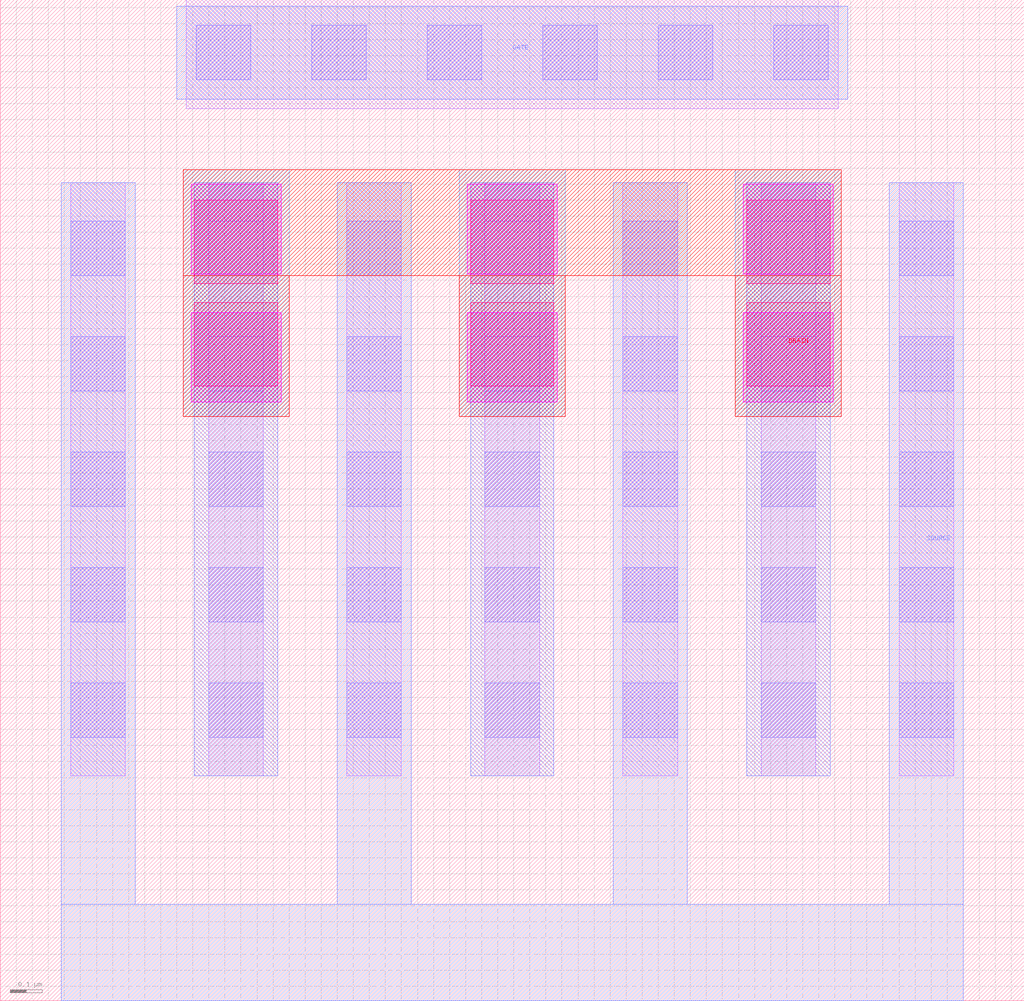
<source format=lef>
# Copyright 2020 The SkyWater PDK Authors
#
# Licensed under the Apache License, Version 2.0 (the "License");
# you may not use this file except in compliance with the License.
# You may obtain a copy of the License at
#
#     https://www.apache.org/licenses/LICENSE-2.0
#
# Unless required by applicable law or agreed to in writing, software
# distributed under the License is distributed on an "AS IS" BASIS,
# WITHOUT WARRANTIES OR CONDITIONS OF ANY KIND, either express or implied.
# See the License for the specific language governing permissions and
# limitations under the License.
#
# SPDX-License-Identifier: Apache-2.0

VERSION 5.7 ;
  NOWIREEXTENSIONATPIN ON ;
  DIVIDERCHAR "/" ;
  BUSBITCHARS "[]" ;
MACRO sky130_fd_pr__rf_pfet_01v8_aF06W2p00L0p15
  CLASS BLOCK ;
  FOREIGN sky130_fd_pr__rf_pfet_01v8_aF06W2p00L0p15 ;
  ORIGIN  0.000000  0.445000 ;
  SIZE  3.190000 BY  3.120000 ;
  PIN DRAIN
    ANTENNADIFFAREA  1.680000 ;
    PORT
      LAYER met3 ;
        RECT 0.570000 1.375000 0.900000 1.815000 ;
        RECT 0.570000 1.815000 2.620000 2.145000 ;
        RECT 1.430000 1.375000 1.760000 1.815000 ;
        RECT 2.290000 1.375000 2.620000 1.815000 ;
    END
  END DRAIN
  PIN GATE
    ANTENNAGATEAREA  1.800000 ;
    PORT
      LAYER met1 ;
        RECT 0.550000 2.365000 2.640000 2.655000 ;
    END
  END GATE
  PIN SOURCE
    ANTENNADIFFAREA  2.180000 ;
    PORT
      LAYER met1 ;
        RECT 0.190000 -0.445000 3.000000 -0.145000 ;
        RECT 0.190000 -0.145000 0.420000  2.105000 ;
        RECT 1.050000 -0.145000 1.280000  2.105000 ;
        RECT 1.910000 -0.145000 2.140000  2.105000 ;
        RECT 2.770000 -0.145000 3.000000  2.105000 ;
    END
  END SOURCE
  OBS
    LAYER li1 ;
      RECT 0.220000 0.255000 0.390000 2.105000 ;
      RECT 0.580000 2.335000 2.610000 2.675000 ;
      RECT 0.650000 0.255000 0.820000 2.105000 ;
      RECT 1.080000 0.255000 1.250000 2.105000 ;
      RECT 1.510000 0.255000 1.680000 2.105000 ;
      RECT 1.940000 0.255000 2.110000 2.105000 ;
      RECT 2.370000 0.255000 2.540000 2.105000 ;
      RECT 2.800000 0.255000 2.970000 2.105000 ;
    LAYER mcon ;
      RECT 0.220000 0.375000 0.390000 0.545000 ;
      RECT 0.220000 0.735000 0.390000 0.905000 ;
      RECT 0.220000 1.095000 0.390000 1.265000 ;
      RECT 0.220000 1.455000 0.390000 1.625000 ;
      RECT 0.220000 1.815000 0.390000 1.985000 ;
      RECT 0.610000 2.425000 0.780000 2.595000 ;
      RECT 0.650000 0.375000 0.820000 0.545000 ;
      RECT 0.650000 0.735000 0.820000 0.905000 ;
      RECT 0.650000 1.095000 0.820000 1.265000 ;
      RECT 0.650000 1.455000 0.820000 1.625000 ;
      RECT 0.650000 1.815000 0.820000 1.985000 ;
      RECT 0.970000 2.425000 1.140000 2.595000 ;
      RECT 1.080000 0.375000 1.250000 0.545000 ;
      RECT 1.080000 0.735000 1.250000 0.905000 ;
      RECT 1.080000 1.095000 1.250000 1.265000 ;
      RECT 1.080000 1.455000 1.250000 1.625000 ;
      RECT 1.080000 1.815000 1.250000 1.985000 ;
      RECT 1.330000 2.425000 1.500000 2.595000 ;
      RECT 1.510000 0.375000 1.680000 0.545000 ;
      RECT 1.510000 0.735000 1.680000 0.905000 ;
      RECT 1.510000 1.095000 1.680000 1.265000 ;
      RECT 1.510000 1.455000 1.680000 1.625000 ;
      RECT 1.510000 1.815000 1.680000 1.985000 ;
      RECT 1.690000 2.425000 1.860000 2.595000 ;
      RECT 1.940000 0.375000 2.110000 0.545000 ;
      RECT 1.940000 0.735000 2.110000 0.905000 ;
      RECT 1.940000 1.095000 2.110000 1.265000 ;
      RECT 1.940000 1.455000 2.110000 1.625000 ;
      RECT 1.940000 1.815000 2.110000 1.985000 ;
      RECT 2.050000 2.425000 2.220000 2.595000 ;
      RECT 2.370000 0.375000 2.540000 0.545000 ;
      RECT 2.370000 0.735000 2.540000 0.905000 ;
      RECT 2.370000 1.095000 2.540000 1.265000 ;
      RECT 2.370000 1.455000 2.540000 1.625000 ;
      RECT 2.370000 1.815000 2.540000 1.985000 ;
      RECT 2.410000 2.425000 2.580000 2.595000 ;
      RECT 2.800000 0.375000 2.970000 0.545000 ;
      RECT 2.800000 0.735000 2.970000 0.905000 ;
      RECT 2.800000 1.095000 2.970000 1.265000 ;
      RECT 2.800000 1.455000 2.970000 1.625000 ;
      RECT 2.800000 1.815000 2.970000 1.985000 ;
    LAYER met1 ;
      RECT 0.605000 0.255000 0.865000 2.105000 ;
      RECT 1.465000 0.255000 1.725000 2.105000 ;
      RECT 2.325000 0.255000 2.585000 2.105000 ;
    LAYER met2 ;
      RECT 0.570000 1.375000 0.900000 2.145000 ;
      RECT 1.430000 1.375000 1.760000 2.145000 ;
      RECT 2.290000 1.375000 2.620000 2.145000 ;
    LAYER via ;
      RECT 0.605000 1.470000 0.865000 1.730000 ;
      RECT 0.605000 1.790000 0.865000 2.050000 ;
      RECT 1.465000 1.470000 1.725000 1.730000 ;
      RECT 1.465000 1.790000 1.725000 2.050000 ;
      RECT 2.325000 1.470000 2.585000 1.730000 ;
      RECT 2.325000 1.790000 2.585000 2.050000 ;
    LAYER via2 ;
      RECT 0.595000 1.420000 0.875000 1.700000 ;
      RECT 0.595000 1.820000 0.875000 2.100000 ;
      RECT 1.455000 1.420000 1.735000 1.700000 ;
      RECT 1.455000 1.820000 1.735000 2.100000 ;
      RECT 2.315000 1.420000 2.595000 1.700000 ;
      RECT 2.315000 1.820000 2.595000 2.100000 ;
  END
END sky130_fd_pr__rf_pfet_01v8_aF06W2p00L0p15
END LIBRARY

</source>
